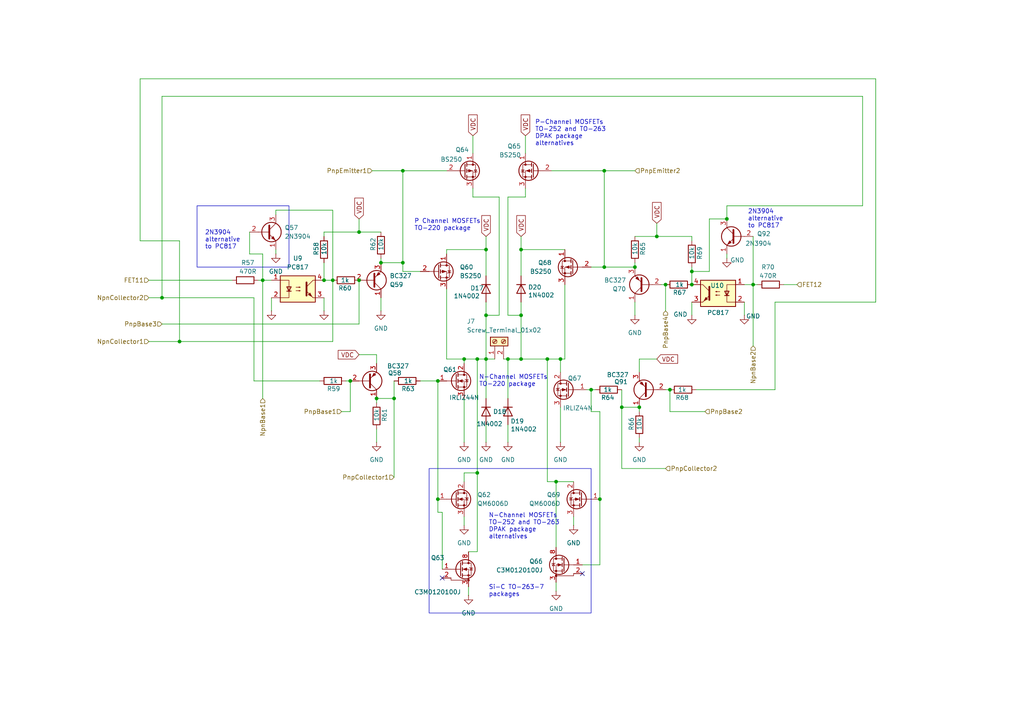
<source format=kicad_sch>
(kicad_sch (version 20250114) (generator "eeschema") (generator_version "9.0")
  (paper "A4")
  (lib_symbols
    (symbol "Connector:Screw_Terminal_01x02" (pin_names (offset 1.016) (hide yes))
      (property "Reference" "J" (at 0 2.54 0))
      (property "Value" "Screw_Terminal_01x02" (at 0 -5.08 0))
      (symbol "Screw_Terminal_01x02_1_1"
        (rectangle (start -1.27 1.27) (end 1.27 -3.81) (stroke (width 0.254)) (fill (type background)))
        (polyline (pts (xy -0.5334 0.3302) (xy 0.3302 -0.508)) (stroke (width 0.1524)))
        (polyline (pts (xy -0.5334 -2.2098) (xy 0.3302 -3.048)) (stroke (width 0.1524)))
        (polyline (pts (xy -0.3556 0.508) (xy 0.508 -0.3302)) (stroke (width 0.1524)))
        (polyline (pts (xy -0.3556 -2.032) (xy 0.508 -2.8702)) (stroke (width 0.1524)))
        (circle (center 0 0) (radius 0.635) (stroke (width 0.1524)))
        (circle (center 0 -2.54) (radius 0.635) (stroke (width 0.1524)))
        (pin passive line (at -5.08 0 0) (length 3.81) (name "Pin_1") (number "1"))
        (pin passive line (at -5.08 -2.54 0) (length 3.81) (name "Pin_2") (number "2"))
      )
    )
    (symbol "Device:R" (pin_numbers (hide yes)) (pin_names (offset 0))
      (property "Reference" "R" (at 2.032 0 90))
      (property "Value" "R" (at 0 0 90))
      (symbol "R_0_1"
        (rectangle (start -1.016 -2.54) (end 1.016 2.54) (stroke (width 0.254)))
      )
      (symbol "R_1_1"
        (pin passive line (at 0 3.81 270) (length 1.27) (name "~") (number "1"))
        (pin passive line (at 0 -3.81 90) (length 1.27) (name "~") (number "2"))
      )
    )
    (symbol "Diode:1N4002" (pin_numbers (hide yes)) (pin_names (hide yes))
      (property "Reference" "D" (at 0 2.54 0))
      (property "Value" "1N4002" (at 0 -2.54 0))
      (symbol "1N4002_0_1"
        (polyline (pts (xy -1.27 1.27) (xy -1.27 -1.27)) (stroke (width 0.254)))
        (polyline (pts (xy 1.27 1.27) (xy 1.27 -1.27) (xy -1.27 0) (xy 1.27 1.27)) (stroke (width 0.254)))
        (polyline (pts (xy 1.27 0) (xy -1.27 0)))
      )
      (symbol "1N4002_1_1"
        (pin passive line (at -3.81 0 0) (length 2.54) (name "K") (number "1"))
        (pin passive line (at 3.81 0 180) (length 2.54) (name "A") (number "2"))
      )
    )
    (symbol "Isolator:PC817" (pin_names (offset 1.016))
      (property "Reference" "U" (at -5.08 5.08 0))
      (property "Value" "PC817" (at 0 5.08 0))
      (symbol "PC817_0_1"
        (rectangle (start -5.08 3.81) (end 5.08 -3.81) (stroke (width 0.254)) (fill (type background)))
        (polyline (pts (xy -5.08 2.54) (xy -2.54 2.54) (xy -2.54 -0.635)))
        (polyline (pts (xy -3.175 -0.635) (xy -1.905 -0.635)) (stroke (width 0.254)))
        (polyline (pts (xy -2.54 -0.635) (xy -2.54 -2.54) (xy -5.08 -2.54)))
        (polyline (pts (xy -2.54 -0.635) (xy -3.175 0.635) (xy -1.905 0.635) (xy -2.54 -0.635)) (stroke (width 0.254)))
        (polyline (pts (xy -0.508 0.508) (xy 0.762 0.508) (xy 0.381 0.381) (xy 0.381 0.635) (xy 0.762 0.508)))
        (polyline (pts (xy -0.508 -0.508) (xy 0.762 -0.508) (xy 0.381 -0.635) (xy 0.381 -0.381) (xy 0.762 -0.508)))
        (polyline (pts (xy 2.54 1.905) (xy 2.54 -1.905) (xy 2.54 -1.905)) (stroke (width 0.508)))
        (polyline (pts (xy 2.54 0.635) (xy 4.445 2.54)))
        (polyline (pts (xy 3.048 -1.651) (xy 3.556 -1.143) (xy 4.064 -2.159) (xy 3.048 -1.651) (xy 3.048 -1.651)) (fill (type outline)))
        (polyline (pts (xy 4.445 2.54) (xy 5.08 2.54)))
        (polyline (pts (xy 4.445 -2.54) (xy 2.54 -0.635)) (fill (type outline)))
        (polyline (pts (xy 4.445 -2.54) (xy 5.08 -2.54)))
      )
      (symbol "PC817_1_1"
        (pin passive line (at -7.62 2.54 0) (length 2.54) (name "~") (number "1"))
        (pin passive line (at -7.62 -2.54 0) (length 2.54) (name "~") (number "2"))
        (pin passive line (at 7.62 2.54 180) (length 2.54) (name "~") (number "4"))
        (pin passive line (at 7.62 -2.54 180) (length 2.54) (name "~") (number "3"))
      )
    )
    (symbol "Transistor_BJT:2N3904" (pin_names (offset 0) (hide yes))
      (property "Reference" "Q" (at 5.08 1.905 0))
      (property "Value" "2N3904" (at 5.08 0 0))
      (symbol "2N3904_0_1"
        (polyline (pts (xy -2.54 0) (xy 0.635 0)))
        (polyline (pts (xy 0.635 1.905) (xy 0.635 -1.905)) (stroke (width 0.508)))
        (circle (center 1.27 0) (radius 2.8194) (stroke (width 0.254)))
      )
      (symbol "2N3904_1_1"
        (polyline (pts (xy 0.635 0.635) (xy 2.54 2.54)))
        (polyline (pts (xy 0.635 -0.635) (xy 2.54 -2.54)))
        (polyline (pts (xy 1.27 -1.778) (xy 1.778 -1.27) (xy 2.286 -2.286) (xy 1.27 -1.778)) (fill (type outline)))
        (pin input line (at -5.08 0 0) (length 2.54) (name "B") (number "2"))
        (pin passive line (at 2.54 5.08 270) (length 2.54) (name "C") (number "3"))
        (pin passive line (at 2.54 -5.08 90) (length 2.54) (name "E") (number "1"))
      )
    )
    (symbol "Transistor_BJT:BC327" (pin_names (offset 0) (hide yes))
      (property "Reference" "Q" (at 5.08 1.905 0))
      (property "Value" "BC327" (at 5.08 0 0))
      (symbol "BC327_0_1"
        (polyline (pts (xy -2.54 0) (xy 0.635 0)))
        (polyline (pts (xy 0.635 1.905) (xy 0.635 -1.905)) (stroke (width 0.508)))
        (polyline (pts (xy 0.635 0.635) (xy 2.54 2.54)))
        (polyline (pts (xy 0.635 -0.635) (xy 2.54 -2.54)))
        (circle (center 1.27 0) (radius 2.8194) (stroke (width 0.254)))
        (polyline (pts (xy 2.286 -1.778) (xy 1.778 -2.286) (xy 1.27 -1.27) (xy 2.286 -1.778)) (fill (type outline)))
      )
      (symbol "BC327_1_1"
        (pin input line (at -5.08 0 0) (length 2.54) (name "B") (number "2"))
        (pin passive line (at 2.54 5.08 270) (length 2.54) (name "C") (number "1"))
        (pin passive line (at 2.54 -5.08 90) (length 2.54) (name "E") (number "3"))
      )
    )
    (symbol "Transistor_FET:BS250" (pin_names (hide yes))
      (property "Reference" "Q" (at 5.08 1.905 0))
      (property "Value" "BS250" (at 5.08 0 0))
      (symbol "BS250_0_1"
        (polyline (pts (xy 0.254 1.905) (xy 0.254 -1.905)) (stroke (width 0.254)))
        (polyline (pts (xy 0.254 0) (xy -2.54 0)))
        (polyline (pts (xy 0.762 2.286) (xy 0.762 1.27)) (stroke (width 0.254)))
        (polyline (pts (xy 0.762 1.778) (xy 3.302 1.778) (xy 3.302 -1.778) (xy 0.762 -1.778)))
        (polyline (pts (xy 0.762 0.508) (xy 0.762 -0.508)) (stroke (width 0.254)))
        (polyline (pts (xy 0.762 -1.27) (xy 0.762 -2.286)) (stroke (width 0.254)))
        (circle (center 1.651 0) (radius 2.794) (stroke (width 0.254)))
        (polyline (pts (xy 2.286 0) (xy 1.27 0.381) (xy 1.27 -0.381) (xy 2.286 0)) (fill (type outline)))
        (polyline (pts (xy 2.54 2.54) (xy 2.54 1.778)))
        (circle (center 2.54 1.778) (radius 0.254) (fill (type outline)))
        (circle (center 2.54 -1.778) (radius 0.254) (fill (type outline)))
        (polyline (pts (xy 2.54 -2.54) (xy 2.54 0) (xy 0.762 0)))
        (polyline (pts (xy 2.794 -0.508) (xy 2.921 -0.381) (xy 3.683 -0.381) (xy 3.81 -0.254)))
        (polyline (pts (xy 3.302 -0.381) (xy 2.921 0.254) (xy 3.683 0.254) (xy 3.302 -0.381)))
      )
      (symbol "BS250_1_1"
        (pin input line (at -5.08 0 0) (length 2.54) (name "G") (number "2"))
        (pin passive line (at 2.54 5.08 270) (length 2.54) (name "D") (number "1"))
        (pin passive line (at 2.54 -5.08 90) (length 2.54) (name "S") (number "3"))
      )
    )
    (symbol "Transistor_FET:C3M0120100J" (pin_names (hide yes))
      (property "Reference" "Q" (at 5.08 1.905 0))
      (property "Value" "C3M0120100J" (at 5.08 0 0))
      (symbol "C3M0120100J_0_1"
        (polyline (pts (xy -2.54 -2.54) (xy -2.54 -3.175) (xy 2.54 -3.175)))
        (polyline (pts (xy 0.254 1.905) (xy 0.254 -1.905)) (stroke (width 0.254)))
        (polyline (pts (xy 0.254 0) (xy -2.54 0)))
        (polyline (pts (xy 0.762 2.286) (xy 0.762 1.27)) (stroke (width 0.254)))
        (polyline (pts (xy 0.762 0.508) (xy 0.762 -0.508)) (stroke (width 0.254)))
        (polyline (pts (xy 0.762 -1.27) (xy 0.762 -2.286)) (stroke (width 0.254)))
        (polyline (pts (xy 0.762 -1.778) (xy 3.302 -1.778) (xy 3.302 1.778) (xy 0.762 1.778)))
        (polyline (pts (xy 1.016 0) (xy 2.032 0.381) (xy 2.032 -0.381) (xy 1.016 0)) (fill (type outline)))
        (circle (center 1.651 0) (radius 2.794) (stroke (width 0.254)))
        (polyline (pts (xy 2.54 2.54) (xy 2.54 1.778)))
        (circle (center 2.54 1.778) (radius 0.254) (fill (type outline)))
        (circle (center 2.54 -1.778) (radius 0.254) (fill (type outline)))
        (polyline (pts (xy 2.54 -2.54) (xy 2.54 0) (xy 0.762 0)))
        (circle (center 2.54 -3.175) (radius 0.2794) (fill (type outline)))
        (polyline (pts (xy 2.794 0.508) (xy 2.921 0.381) (xy 3.683 0.381) (xy 3.81 0.254)))
        (polyline (pts (xy 3.302 0.381) (xy 2.921 -0.254) (xy 3.683 -0.254) (xy 3.302 0.381)))
      )
      (symbol "C3M0120100J_1_1"
        (pin input line (at -5.08 0 0) (length 2.54) (name "G") (number "1"))
        (pin passive line (at -5.08 -2.54 0) (length 2.54) (name "DS") (number "2"))
        (pin passive line (at 2.54 5.08 270) (length 2.54) (name "D") (number "8"))
        (pin passive line (at 2.54 -5.08 90) (length 2.54) (name "S") (number "3"))
        (pin passive line (at 2.54 -5.08 90) (length 2.54) (hide yes) (name "S") (number "4"))
        (pin passive line (at 2.54 -5.08 90) (length 2.54) (hide yes) (name "S") (number "5"))
        (pin passive line (at 2.54 -5.08 90) (length 2.54) (hide yes) (name "S") (number "6"))
        (pin passive line (at 2.54 -5.08 90) (length 2.54) (hide yes) (name "S") (number "7"))
      )
    )
    (symbol "Transistor_FET:IRLIZ44N" (pin_names (hide yes))
      (property "Reference" "Q" (at 5.08 1.905 0))
      (property "Value" "IRLIZ44N" (at 5.08 0 0))
      (symbol "IRLIZ44N_0_1"
        (polyline (pts (xy 0.254 1.905) (xy 0.254 -1.905)) (stroke (width 0.254)))
        (polyline (pts (xy 0.254 0) (xy -2.54 0)))
        (polyline (pts (xy 0.762 2.286) (xy 0.762 1.27)) (stroke (width 0.254)))
        (polyline (pts (xy 0.762 0.508) (xy 0.762 -0.508)) (stroke (width 0.254)))
        (polyline (pts (xy 0.762 -1.27) (xy 0.762 -2.286)) (stroke (width 0.254)))
        (polyline (pts (xy 0.762 -1.778) (xy 3.302 -1.778) (xy 3.302 1.778) (xy 0.762 1.778)))
        (polyline (pts (xy 1.016 0) (xy 2.032 0.381) (xy 2.032 -0.381) (xy 1.016 0)) (fill (type outline)))
        (circle (center 1.651 0) (radius 2.794) (stroke (width 0.254)))
        (polyline (pts (xy 2.54 2.54) (xy 2.54 1.778)))
        (circle (center 2.54 1.778) (radius 0.254) (fill (type outline)))
        (circle (center 2.54 -1.778) (radius 0.254) (fill (type outline)))
        (polyline (pts (xy 2.54 -2.54) (xy 2.54 0) (xy 0.762 0)))
        (polyline (pts (xy 2.794 0.508) (xy 2.921 0.381) (xy 3.683 0.381) (xy 3.81 0.254)))
        (polyline (pts (xy 3.302 0.381) (xy 2.921 -0.254) (xy 3.683 -0.254) (xy 3.302 0.381)))
      )
      (symbol "IRLIZ44N_1_1"
        (pin input line (at -5.08 0 0) (length 2.54) (name "G") (number "1"))
        (pin passive line (at 2.54 5.08 270) (length 2.54) (name "D") (number "2"))
        (pin passive line (at 2.54 -5.08 90) (length 2.54) (name "S") (number "3"))
      )
    )
    (symbol "Transistor_FET:QM6006D" (pin_names (hide yes))
      (property "Reference" "Q" (at 5.08 1.905 0))
      (property "Value" "QM6006D" (at 5.08 0 0))
      (symbol "QM6006D_0_1"
        (polyline (pts (xy 0.254 1.905) (xy 0.254 -1.905)) (stroke (width 0.254)))
        (polyline (pts (xy 0.254 0) (xy -2.54 0)))
        (polyline (pts (xy 0.762 2.286) (xy 0.762 1.27)) (stroke (width 0.254)))
        (polyline (pts (xy 0.762 0.508) (xy 0.762 -0.508)) (stroke (width 0.254)))
        (polyline (pts (xy 0.762 -1.27) (xy 0.762 -2.286)) (stroke (width 0.254)))
        (polyline (pts (xy 0.762 -1.778) (xy 3.302 -1.778) (xy 3.302 1.778) (xy 0.762 1.778)))
        (polyline (pts (xy 1.016 0) (xy 2.032 0.381) (xy 2.032 -0.381) (xy 1.016 0)) (fill (type outline)))
        (circle (center 1.651 0) (radius 2.794) (stroke (width 0.254)))
        (polyline (pts (xy 2.54 2.54) (xy 2.54 1.778)))
        (circle (center 2.54 1.778) (radius 0.254) (fill (type outline)))
        (circle (center 2.54 -1.778) (radius 0.254) (fill (type outline)))
        (polyline (pts (xy 2.54 -2.54) (xy 2.54 0) (xy 0.762 0)))
        (polyline (pts (xy 2.794 0.508) (xy 2.921 0.381) (xy 3.683 0.381) (xy 3.81 0.254)))
        (polyline (pts (xy 3.302 0.381) (xy 2.921 -0.254) (xy 3.683 -0.254) (xy 3.302 0.381)))
      )
      (symbol "QM6006D_1_1"
        (pin input line (at -5.08 0 0) (length 2.54) (name "G") (number "1"))
        (pin passive line (at 2.54 5.08 270) (length 2.54) (name "D") (number "2"))
        (pin passive line (at 2.54 -5.08 90) (length 2.54) (name "S") (number "3"))
      )
    )
    (symbol "power:GND" (power) (pin_numbers (hide yes)) (pin_names (offset 0) (hide yes))
      (property "Value" "GND" (at 0 -3.81 0))
      (symbol "GND_0_1"
        (polyline (pts (xy 0 0) (xy 0 -1.27) (xy 1.27 -1.27) (xy 0 -2.54) (xy -1.27 -1.27) (xy 0 -1.27)))
      )
      (symbol "GND_1_1"
        (pin power_in line (at 0 0 270) (length 0) (name "~") (number "1"))
      )
    )
  )
  (rectangle (start 124.46 135.89) (end 171.45 177.8))
  (rectangle (start 57.15 59.69) (end 83.82 77.47))
  (text "2N3904 \nalternative\nto PC817" (at 59.436 69.596 0) (effects (font (size 1.27 1.27)) (justify left)))
  (text "2N3904 \nalternative\nto PC817" (at 216.916 63.5 0) (effects (font (size 1.27 1.27)) (justify left)))
  (text "N-Channel MOSFETs\nTO-252 and TO-263\nDPAK package \nalternatives" (at 141.732 152.654 0) (effects (font (size 1.27 1.27)) (justify left)))
  (text "P Channel MOSFETs\nTO-220 package" (at 120.142 65.278 0) (effects (font (size 1.27 1.27)) (justify left)))
  (text "N-Channel MOSFETs\nTO-220 package" (at 138.938 110.49 0) (effects (font (size 1.27 1.27)) (justify left)))
  (text "P-Channel MOSFETs\nTO-252 and TO-263\nDPAK package \nalternatives" (at 155.194 38.608 0) (effects (font (size 1.27 1.27)) (justify left)))
  (text "Si-C TO-263-7\npackages" (at 141.732 171.45 0) (effects (font (size 1.27 1.27)) (justify left)))
  (junction (at 151.13 104.14))
  (junction (at 200.66 78.74))
  (junction (at 193.04 82.55))
  (junction (at 116.84 76.2))
  (junction (at 127 144.78))
  (junction (at 109.22 115.57))
  (junction (at 104.14 67.31))
  (junction (at 162.56 104.14))
  (junction (at 161.29 139.7))
  (junction (at 114.3 115.57))
  (junction (at 184.15 77.47))
  (junction (at 210.82 63.5))
  (junction (at 96.52 81.28))
  (junction (at 76.2 81.28))
  (junction (at 52.07 99.06))
  (junction (at 171.45 113.03))
  (junction (at 138.43 104.14))
  (junction (at 151.13 72.39))
  (junction (at 140.97 91.44))
  (junction (at 185.42 118.11))
  (junction (at 151.13 91.44))
  (junction (at 138.43 137.16))
  (junction (at 175.26 77.47))
  (junction (at 104.14 81.28))
  (junction (at 180.34 118.11))
  (junction (at 127 110.49))
  (junction (at 46.99 86.36))
  (junction (at 218.44 82.55))
  (junction (at 175.26 49.53))
  (junction (at 134.62 104.14))
  (junction (at 140.97 104.14))
  (junction (at 140.97 72.39))
  (junction (at 158.75 104.14))
  (junction (at 190.5 68.58))
  (junction (at 194.31 113.03))
  (junction (at 116.84 49.53))
  (junction (at 110.49 76.2))
  (junction (at 101.6 110.49))
  (junction (at 93.98 81.28))
  (junction (at 173.99 144.78))
  (junction (at 200.66 82.55))
  (junction (at 147.32 104.14))
  (no_connect (at 168.91 166.37))
  (no_connect (at 128.27 167.64))
  (wire (pts (xy 173.99 144.78) (xy 173.99 119.38)))
  (wire (pts (xy 200.66 78.74) (xy 205.74 78.74)))
  (wire (pts (xy 210.82 59.69) (xy 250.19 59.69)))
  (wire (pts (xy 140.97 72.39) (xy 140.97 80.01)))
  (wire (pts (xy 134.62 115.57) (xy 134.62 128.27)))
  (wire (pts (xy 140.97 87.63) (xy 140.97 91.44)))
  (wire (pts (xy 171.45 119.38) (xy 171.45 113.03)))
  (wire (pts (xy 134.62 104.14) (xy 134.62 105.41)))
  (wire (pts (xy 224.79 87.63) (xy 254 87.63)))
  (wire (pts (xy 76.2 81.28) (xy 76.2 115.57)))
  (wire (pts (xy 175.26 49.53) (xy 175.26 77.47)))
  (wire (pts (xy 152.4 57.15) (xy 147.32 57.15)))
  (wire (pts (xy 147.32 104.14) (xy 151.13 104.14)))
  (wire (pts (xy 114.3 110.49) (xy 114.3 115.57)))
  (wire (pts (xy 185.42 127) (xy 185.42 128.27)))
  (wire (pts (xy 40.64 69.85) (xy 52.07 69.85)))
  (wire (pts (xy 134.62 137.16) (xy 138.43 137.16)))
  (wire (pts (xy 158.75 104.14) (xy 151.13 104.14)))
  (wire (pts (xy 250.19 59.69) (xy 250.19 27.94)))
  (wire (pts (xy 93.98 67.31) (xy 104.14 67.31)))
  (wire (pts (xy 175.26 49.53) (xy 184.15 49.53)))
  (wire (pts (xy 184.15 76.2) (xy 184.15 77.47)))
  (wire (pts (xy 193.04 113.03) (xy 194.31 113.03)))
  (wire (pts (xy 104.14 93.98) (xy 104.14 81.28)))
  (wire (pts (xy 205.74 78.74) (xy 205.74 63.5)))
  (wire (pts (xy 250.19 27.94) (xy 46.99 27.94)))
  (wire (pts (xy 190.5 68.58) (xy 184.15 68.58)))
  (wire (pts (xy 161.29 158.75) (xy 161.29 139.7)))
  (wire (pts (xy 163.83 104.14) (xy 162.56 104.14)))
  (wire (pts (xy 173.99 163.83) (xy 173.99 144.78)))
  (wire (pts (xy 147.32 57.15) (xy 147.32 91.44)))
  (wire (pts (xy 210.82 74.93) (xy 210.82 73.66)))
  (wire (pts (xy 140.97 104.14) (xy 138.43 104.14)))
  (wire (pts (xy 46.99 27.94) (xy 46.99 86.36)))
  (wire (pts (xy 200.66 77.47) (xy 200.66 78.74)))
  (wire (pts (xy 109.22 102.87) (xy 109.22 105.41)))
  (wire (pts (xy 129.54 72.39) (xy 140.97 72.39)))
  (wire (pts (xy 205.74 63.5) (xy 210.82 63.5)))
  (wire (pts (xy 129.54 83.82) (xy 129.54 104.14)))
  (wire (pts (xy 52.07 99.06) (xy 96.52 99.06)))
  (wire (pts (xy 219.71 82.55) (xy 218.44 82.55)))
  (wire (pts (xy 193.04 135.89) (xy 180.34 135.89)))
  (wire (pts (xy 80.01 60.96) (xy 80.01 62.23)))
  (wire (pts (xy 152.4 39.37) (xy 152.4 44.45)))
  (wire (pts (xy 162.56 118.11) (xy 162.56 128.27)))
  (wire (pts (xy 227.33 82.55) (xy 231.14 82.55)))
  (wire (pts (xy 137.16 57.15) (xy 144.78 57.15)))
  (wire (pts (xy 140.97 104.14) (xy 140.97 115.57)))
  (wire (pts (xy 129.54 104.14) (xy 134.62 104.14)))
  (wire (pts (xy 46.99 93.98) (xy 104.14 93.98)))
  (wire (pts (xy 80.01 60.96) (xy 96.52 60.96)))
  (wire (pts (xy 128.27 148.59) (xy 127 148.59)))
  (wire (pts (xy 144.78 57.15) (xy 144.78 91.44)))
  (wire (pts (xy 114.3 115.57) (xy 114.3 138.43)))
  (wire (pts (xy 190.5 64.77) (xy 190.5 68.58)))
  (wire (pts (xy 73.66 86.36) (xy 73.66 110.49)))
  (wire (pts (xy 52.07 69.85) (xy 52.07 99.06)))
  (wire (pts (xy 210.82 59.69) (xy 210.82 63.5)))
  (wire (pts (xy 254 22.86) (xy 40.64 22.86)))
  (wire (pts (xy 116.84 49.53) (xy 116.84 76.2)))
  (wire (pts (xy 104.14 63.5) (xy 104.14 67.31)))
  (wire (pts (xy 194.31 119.38) (xy 194.31 113.03)))
  (wire (pts (xy 190.5 104.14) (xy 185.42 104.14)))
  (wire (pts (xy 180.34 118.11) (xy 185.42 118.11)))
  (wire (pts (xy 134.62 139.7) (xy 134.62 137.16)))
  (wire (pts (xy 151.13 72.39) (xy 163.83 72.39)))
  (wire (pts (xy 137.16 54.61) (xy 137.16 57.15)))
  (wire (pts (xy 76.2 81.28) (xy 78.74 81.28)))
  (wire (pts (xy 180.34 135.89) (xy 180.34 118.11)))
  (wire (pts (xy 109.22 115.57) (xy 109.22 116.84)))
  (wire (pts (xy 134.62 149.86) (xy 134.62 152.4)))
  (wire (pts (xy 101.6 110.49) (xy 100.33 110.49)))
  (wire (pts (xy 184.15 87.63) (xy 184.15 91.44)))
  (wire (pts (xy 162.56 104.14) (xy 158.75 104.14)))
  (wire (pts (xy 200.66 68.58) (xy 190.5 68.58)))
  (wire (pts (xy 110.49 74.93) (xy 110.49 76.2)))
  (wire (pts (xy 171.45 77.47) (xy 175.26 77.47)))
  (wire (pts (xy 144.78 91.44) (xy 140.97 91.44)))
  (wire (pts (xy 200.66 78.74) (xy 200.66 82.55)))
  (wire (pts (xy 143.51 104.14) (xy 140.97 104.14)))
  (wire (pts (xy 180.34 113.03) (xy 180.34 118.11)))
  (wire (pts (xy 160.02 49.53) (xy 175.26 49.53)))
  (wire (pts (xy 80.01 72.39) (xy 80.01 73.66)))
  (wire (pts (xy 127 110.49) (xy 127 144.78)))
  (wire (pts (xy 158.75 104.14) (xy 158.75 139.7)))
  (wire (pts (xy 171.45 113.03) (xy 172.72 113.03)))
  (wire (pts (xy 73.66 110.49) (xy 92.71 110.49)))
  (wire (pts (xy 99.06 119.38) (xy 101.6 119.38)))
  (wire (pts (xy 46.99 86.36) (xy 43.18 86.36)))
  (wire (pts (xy 161.29 168.91) (xy 161.29 171.45)))
  (wire (pts (xy 104.14 102.87) (xy 109.22 102.87)))
  (wire (pts (xy 109.22 115.57) (xy 114.3 115.57)))
  (wire (pts (xy 166.37 149.86) (xy 166.37 152.4)))
  (wire (pts (xy 104.14 81.28) (xy 102.87 81.28)))
  (wire (pts (xy 96.52 81.28) (xy 93.98 81.28)))
  (wire (pts (xy 101.6 119.38) (xy 101.6 110.49)))
  (wire (pts (xy 116.84 76.2) (xy 110.49 76.2)))
  (wire (pts (xy 173.99 119.38) (xy 171.45 119.38)))
  (wire (pts (xy 40.64 22.86) (xy 40.64 69.85)))
  (wire (pts (xy 147.32 123.19) (xy 147.32 128.27)))
  (wire (pts (xy 162.56 107.95) (xy 162.56 104.14)))
  (wire (pts (xy 121.92 110.49) (xy 127 110.49)))
  (wire (pts (xy 140.97 123.19) (xy 140.97 128.27)))
  (wire (pts (xy 200.66 87.63) (xy 200.66 91.44)))
  (wire (pts (xy 93.98 68.58) (xy 93.98 67.31)))
  (wire (pts (xy 107.95 49.53) (xy 116.84 49.53)))
  (wire (pts (xy 151.13 91.44) (xy 151.13 104.14)))
  (wire (pts (xy 168.91 163.83) (xy 173.99 163.83)))
  (wire (pts (xy 129.54 72.39) (xy 129.54 73.66)))
  (wire (pts (xy 193.04 82.55) (xy 191.77 82.55)))
  (wire (pts (xy 218.44 100.33) (xy 218.44 82.55)))
  (wire (pts (xy 151.13 68.58) (xy 151.13 72.39)))
  (wire (pts (xy 175.26 77.47) (xy 184.15 77.47)))
  (wire (pts (xy 185.42 118.11) (xy 185.42 119.38)))
  (wire (pts (xy 43.18 81.28) (xy 67.31 81.28)))
  (wire (pts (xy 104.14 67.31) (xy 110.49 67.31)))
  (wire (pts (xy 215.9 82.55) (xy 218.44 82.55)))
  (wire (pts (xy 93.98 76.2) (xy 93.98 81.28)))
  (wire (pts (xy 128.27 165.1) (xy 128.27 148.59)))
  (wire (pts (xy 76.2 73.66) (xy 76.2 81.28)))
  (wire (pts (xy 78.74 86.36) (xy 78.74 90.17)))
  (wire (pts (xy 138.43 137.16) (xy 138.43 160.02)))
  (wire (pts (xy 138.43 104.14) (xy 134.62 104.14)))
  (wire (pts (xy 254 87.63) (xy 254 22.86)))
  (wire (pts (xy 74.93 81.28) (xy 76.2 81.28)))
  (wire (pts (xy 170.18 113.03) (xy 171.45 113.03)))
  (wire (pts (xy 151.13 72.39) (xy 151.13 80.01)))
  (wire (pts (xy 161.29 139.7) (xy 166.37 139.7)))
  (wire (pts (xy 96.52 99.06) (xy 96.52 81.28)))
  (wire (pts (xy 204.47 119.38) (xy 194.31 119.38)))
  (wire (pts (xy 93.98 86.36) (xy 93.98 90.17)))
  (wire (pts (xy 163.83 82.55) (xy 163.83 104.14)))
  (wire (pts (xy 116.84 49.53) (xy 129.54 49.53)))
  (wire (pts (xy 137.16 39.37) (xy 137.16 44.45)))
  (wire (pts (xy 140.97 68.58) (xy 140.97 72.39)))
  (wire (pts (xy 224.79 87.63) (xy 224.79 113.03)))
  (wire (pts (xy 200.66 69.85) (xy 200.66 68.58)))
  (wire (pts (xy 185.42 104.14) (xy 185.42 107.95)))
  (wire (pts (xy 110.49 86.36) (xy 110.49 90.17)))
  (wire (pts (xy 72.39 67.31) (xy 72.39 73.66)))
  (wire (pts (xy 127 148.59) (xy 127 144.78)))
  (wire (pts (xy 147.32 91.44) (xy 151.13 91.44)))
  (wire (pts (xy 147.32 104.14) (xy 146.05 104.14)))
  (wire (pts (xy 43.18 99.06) (xy 52.07 99.06)))
  (wire (pts (xy 138.43 137.16) (xy 138.43 104.14)))
  (wire (pts (xy 224.79 113.03) (xy 201.93 113.03)))
  (wire (pts (xy 158.75 139.7) (xy 161.29 139.7)))
  (wire (pts (xy 215.9 87.63) (xy 215.9 91.44)))
  (wire (pts (xy 109.22 124.46) (xy 109.22 128.27)))
  (wire (pts (xy 116.84 78.74) (xy 116.84 76.2)))
  (wire (pts (xy 135.89 170.18) (xy 135.89 172.72)))
  (wire (pts (xy 152.4 57.15) (xy 152.4 54.61)))
  (wire (pts (xy 72.39 73.66) (xy 76.2 73.66)))
  (wire (pts (xy 218.44 68.58) (xy 218.44 82.55)))
  (wire (pts (xy 73.66 86.36) (xy 46.99 86.36)))
  (wire (pts (xy 151.13 87.63) (xy 151.13 91.44)))
  (wire (pts (xy 96.52 60.96) (xy 96.52 81.28)))
  (wire (pts (xy 193.04 90.17) (xy 193.04 82.55)))
  (wire (pts (xy 147.32 104.14) (xy 147.32 115.57)))
  (wire (pts (xy 135.89 160.02) (xy 138.43 160.02)))
  (wire (pts (xy 140.97 91.44) (xy 140.97 104.14)))
  (wire (pts (xy 116.84 78.74) (xy 121.92 78.74)))
  (global_label "VDC" (shape input) (at 140.97 68.58 90) (property "Intersheetrefs" "${INTERSHEET_REFS}" (effects (hide yes))))
  (global_label "VDC" (shape input) (at 152.4 39.37 90) (property "Intersheetrefs" "${INTERSHEET_REFS}" (effects (hide yes))))
  (global_label "VDC" (shape input) (at 104.14 63.5 90) (property "Intersheetrefs" "${INTERSHEET_REFS}" (effects (hide yes))))
  (global_label "VDC" (shape input) (at 151.13 68.58 90) (property "Intersheetrefs" "${INTERSHEET_REFS}" (effects (hide yes))))
  (global_label "VDC" (shape input) (at 190.5 64.77 90) (property "Intersheetrefs" "${INTERSHEET_REFS}" (effects (hide yes))))
  (global_label "VDC" (shape input) (at 190.5 104.14 0) (property "Intersheetrefs" "${INTERSHEET_REFS}" (effects (hide yes))))
  (global_label "VDC" (shape input) (at 104.14 102.87 180) (property "Intersheetrefs" "${INTERSHEET_REFS}" (effects (hide yes))))
  (global_label "VDC" (shape input) (at 137.16 39.37 90) (property "Intersheetrefs" "${INTERSHEET_REFS}" (effects (hide yes))))
  (hierarchical_label "PnpBase4" (shape input) (at 193.04 90.17 270))
  (hierarchical_label "PnpBase2" (shape input) (at 204.47 119.38 0))
  (hierarchical_label "FET12" (shape input) (at 231.14 82.55 0))
  (hierarchical_label "NpnCollector1" (shape input) (at 43.18 99.06 180))
  (hierarchical_label "FET11" (shape input) (at 43.18 81.28 180) (property "Netclass" "Default" (effects (hide yes))))
  (hierarchical_label "PnpCollector1" (shape input) (at 114.3 138.43 180))
  (hierarchical_label "PnpBase1" (shape input) (at 99.06 119.38 180))
  (hierarchical_label "PnpCollector2" (shape input) (at 193.04 135.89 0))
  (hierarchical_label "PnpEmitter2" (shape input) (at 184.15 49.53 0))
  (hierarchical_label "NpnCollector2" (shape input) (at 43.18 86.36 180))
  (hierarchical_label "PnpEmitter1" (shape input) (at 107.95 49.53 180))
  (hierarchical_label "NpnBase1" (shape input) (at 76.2 115.57 270))
  (hierarchical_label "NpnBase2" (shape input) (at 218.44 100.33 270))
  (hierarchical_label "PnpBase3" (shape input) (at 46.99 93.98 180))
  (symbol (lib_id "Isolator:PC817") (at 86.36 83.82 0) (unit 1)
    (property "Reference" "U9" (at 86.36 74.93 0))
    (property "Value" "PC817" (at 86.36 77.47 0))
    (property "Footprint" "Footprints:DIP-4_W7.62mm" (effects (hide yes)))
    (property "Datasheet" "http://www.soselectronic.cz/a_info/resource/d/pc817.pdf" (effects (hide yes)))
    (property "Description" "DC Optocoupler, Vce 35V, CTR 50-300%, DIP-4" (effects (hide yes)))
  )
  (symbol (lib_id "Transistor_FET:C3M0120100J") (at 163.83 163.83 0) (mirror y) (unit 1)
    (property "Reference" "Q66" (at 157.48 162.8266 0) (effects (justify left)))
    (property "Value" "C3M0120100J" (at 157.48 165.3666 0) (effects (justify left)))
    (property "Footprint" "Footprints:TO-263-7_TabPin8" (effects (hide yes)))
    (property "Datasheet" "https://www.wolfspeed.com/media/downloads/957/C3M0120100J.pdf" (effects (hide yes)))
    (property "Description" "22A Id, 1000V Vds, 120mOhm, N-Channel SiC MOSFET, TO-263-7" (effects (hide yes)))
  )
  (symbol (lib_id "Transistor_BJT:BC327") (at 187.96 113.03 180) (unit 1)
    (property "Reference" "Q91" (at 182.118 110.744 0) (effects (justify left)))
    (property "Value" "BC327" (at 182.372 108.712 0) (effects (justify left)))
    (property "Footprint" "Footprints:TO-92_Expanded" (effects (hide yes)))
    (property "Datasheet" "http://www.onsemi.com/pub_link/Collateral/BC327-D.PDF" (effects (hide yes)))
    (property "Description" "0.8A Ic, 45V Vce, PNP Transistor, TO-92" (effects (hide yes)))
  )
  (symbol (lib_id "power:GND") (at 200.66 91.44 0) (mirror y) (unit 1)
    (property "Reference" "#PWR083" (effects (hide yes)))
    (property "Value" "GND" (at 197.358 91.186 0))
    (property "Description" "Power symbol creates a global label with name \"GND\" , ground" (effects (hide yes)))
  )
  (symbol (lib_id "power:GND") (at 80.01 73.66 0) (unit 1)
    (property "Reference" "#PWR069" (effects (hide yes)))
    (property "Value" "GND" (at 80.01 78.74 0))
    (property "Description" "Power symbol creates a global label with name \"GND\" , ground" (effects (hide yes)))
  )
  (symbol (lib_id "Diode:1N4002") (at 140.97 119.38 270) (unit 1)
    (property "Reference" "D18" (at 143.002 119.38 90) (effects (justify left)))
    (property "Value" "1N4002" (at 138.176 122.936 90) (effects (justify left)))
    (property "Footprint" "Footprints:D_DO-41_SOD81_P10.16mm_Horizontal" (effects (hide yes)))
    (property "Datasheet" "http://www.vishay.com/docs/88503/1n4001.pdf" (effects (hide yes)))
    (property "Description" "100V 1A General Purpose Rectifier Diode, DO-41" (effects (hide yes)))
    (property "Sim.Device" "D" (effects (hide yes)))
    (property "Sim.Pins" "1=K 2=A" (effects (hide yes)))
  )
  (symbol (lib_id "Transistor_FET:IRLIZ44N") (at 132.08 110.49 0) (unit 1)
    (property "Reference" "Q61" (at 128.524 107.188 0) (effects (justify left)))
    (property "Value" "IRLIZ44N" (at 130.302 115.316 0) (effects (justify left)))
    (property "Footprint" "Footprints:TO-220-3_EXTENDED" (effects (hide yes)))
    (property "Datasheet" "http://www.irf.com/product-info/datasheets/data/irliz44n.pdf" (effects (hide yes)))
    (property "Description" "30A Id, 55V Vds, 22mOhm Rds, N-Channel HEXFET Power MOSFET, TO-220AB" (effects (hide yes)))
  )
  (symbol (lib_id "power:GND") (at 93.98 90.17 0) (unit 1)
    (property "Reference" "#PWR070" (effects (hide yes)))
    (property "Value" "GND" (effects (hide yes)))
    (property "Description" "Power symbol creates a global label with name \"GND\" , ground" (effects (hide yes)))
  )
  (symbol (lib_id "power:GND") (at 215.9 91.44 0) (mirror y) (unit 1)
    (property "Reference" "#PWR0115" (effects (hide yes)))
    (property "Value" "GND" (at 218.44 91.694 0))
    (property "Description" "Power symbol creates a global label with name \"GND\" , ground" (effects (hide yes)))
  )
  (symbol (lib_id "Device:R") (at 110.49 71.12 180) (unit 1)
    (property "Reference" "R62" (at 108.204 70.866 90))
    (property "Value" "10k" (at 110.49 70.866 90))
    (property "Footprint" "Footprints:R_Axial_Clean" (effects (hide yes)))
    (property "Description" "Resistor" (effects (hide yes)))
  )
  (symbol (lib_id "power:GND") (at 78.74 90.17 0) (unit 1)
    (property "Reference" "#PWR068" (effects (hide yes)))
    (property "Value" "GND" (effects (hide yes)))
    (property "Description" "Power symbol creates a global label with name \"GND\" , ground" (effects (hide yes)))
  )
  (symbol (lib_id "Transistor_BJT:BC327") (at 107.95 81.28 0) (mirror x) (unit 1)
    (property "Reference" "Q59" (at 113.03 82.5501 0) (effects (justify left)))
    (property "Value" "BC327" (at 113.03 80.0101 0) (effects (justify left)))
    (property "Footprint" "Footprints:TO-92_Expanded" (effects (hide yes)))
    (property "Datasheet" "http://www.onsemi.com/pub_link/Collateral/BC327-D.PDF" (effects (hide yes)))
    (property "Description" "0.8A Ic, 45V Vce, PNP Transistor, TO-92" (effects (hide yes)))
  )
  (symbol (lib_id "power:GND") (at 140.97 128.27 0) (unit 1)
    (property "Reference" "#PWR076" (effects (hide yes)))
    (property "Value" "GND" (at 140.97 133.35 0))
    (property "Description" "Power symbol creates a global label with name \"GND\" , ground" (effects (hide yes)))
  )
  (symbol (lib_id "Device:R") (at 184.15 72.39 0) (mirror x) (unit 1)
    (property "Reference" "R65" (at 186.436 72.136 90))
    (property "Value" "10k" (at 184.15 72.136 90))
    (property "Footprint" "Footprints:R_Axial_Clean" (effects (hide yes)))
    (property "Description" "Resistor" (effects (hide yes)))
  )
  (symbol (lib_id "Transistor_FET:IRLIZ44N") (at 165.1 113.03 0) (mirror y) (unit 1)
    (property "Reference" "Q67" (at 168.656 109.728 0) (effects (justify left)))
    (property "Value" "IRLIZ44N" (at 171.958 118.364 0) (effects (justify left)))
    (property "Footprint" "Footprints:TO-220-3_EXTENDED" (effects (hide yes)))
    (property "Datasheet" "http://www.irf.com/product-info/datasheets/data/irliz44n.pdf" (effects (hide yes)))
    (property "Description" "30A Id, 55V Vds, 22mOhm Rds, N-Channel HEXFET Power MOSFET, TO-220AB" (effects (hide yes)))
  )
  (symbol (lib_id "power:GND") (at 134.62 152.4 0) (unit 1)
    (property "Reference" "#PWR074" (effects (hide yes)))
    (property "Value" "GND" (at 134.62 157.48 0))
    (property "Description" "Power symbol creates a global label with name \"GND\" , ground" (effects (hide yes)))
  )
  (symbol (lib_id "Device:R") (at 118.11 110.49 90) (mirror x) (unit 1)
    (property "Reference" "R63" (at 118.364 112.776 90))
    (property "Value" "1k" (at 118.364 110.49 90))
    (property "Footprint" "Footprints:R_Axial_Clean" (effects (hide yes)))
    (property "Description" "Resistor" (effects (hide yes)))
  )
  (symbol (lib_id "Device:R") (at 93.98 72.39 180) (unit 1)
    (property "Reference" "R58" (at 91.694 72.136 90))
    (property "Value" "10k" (at 93.98 72.136 90))
    (property "Footprint" "Footprints:R_Axial_Clean" (effects (hide yes)))
    (property "Description" "Resistor" (effects (hide yes)))
  )
  (symbol (lib_id "Device:R") (at 176.53 113.03 270) (unit 1)
    (property "Reference" "R64" (at 176.276 115.316 90))
    (property "Value" "1k" (at 176.276 113.03 90))
    (property "Footprint" "Footprints:R_Axial_Clean" (effects (hide yes)))
    (property "Description" "Resistor" (effects (hide yes)))
  )
  (symbol (lib_id "power:GND") (at 210.82 74.93 0) (unit 1)
    (property "Reference" "#PWR0114" (effects (hide yes)))
    (property "Value" "GND" (at 213.868 75.438 0))
    (property "Description" "Power symbol creates a global label with name \"GND\" , ground" (effects (hide yes)))
  )
  (symbol (lib_id "power:GND") (at 135.89 172.72 0) (unit 1)
    (property "Reference" "#PWR075" (effects (hide yes)))
    (property "Value" "GND" (at 135.89 177.8 0))
    (property "Description" "Power symbol creates a global label with name \"GND\" , ground" (effects (hide yes)))
  )
  (symbol (lib_id "power:GND") (at 110.49 90.17 0) (unit 1)
    (property "Reference" "#PWR072" (effects (hide yes)))
    (property "Value" "GND" (at 110.49 95.25 0))
    (property "Description" "Power symbol creates a global label with name \"GND\" , ground" (effects (hide yes)))
  )
  (symbol (lib_id "power:GND") (at 166.37 152.4 0) (unit 1)
    (property "Reference" "#PWR080" (effects (hide yes)))
    (property "Value" "GND" (at 166.37 157.48 0))
    (property "Description" "Power symbol creates a global label with name \"GND\" , ground" (effects (hide yes)))
  )
  (symbol (lib_id "Transistor_FET:BS250") (at 134.62 49.53 0) (unit 1)
    (property "Reference" "Q64" (at 132.08 43.434 0) (effects (justify left)))
    (property "Value" "BS250" (at 127.762 46.228 0) (effects (justify left)))
    (property "Footprint" "Footprints:TO-263-2_Extended" (effects (hide yes)))
    (property "Datasheet" "http://www.vishay.com/docs/70209/70209.pdf" (effects (hide yes)))
    (property "Description" "-0.18A Id, -45V Vds, P-Channel MOSFET, TO-92" (effects (hide yes)))
  )
  (symbol (lib_id "Transistor_FET:C3M0120100J") (at 133.35 165.1 0) (unit 1)
    (property "Reference" "Q63" (at 124.968 161.798 0) (effects (justify left)))
    (property "Value" "C3M0120100J" (at 120.142 171.704 0) (effects (justify left)))
    (property "Footprint" "Footprints:TO-263-7_TabPin8" (effects (hide yes)))
    (property "Datasheet" "https://www.wolfspeed.com/media/downloads/957/C3M0120100J.pdf" (effects (hide yes)))
    (property "Description" "22A Id, 1000V Vds, 120mOhm, N-Channel SiC MOSFET, TO-263-7" (effects (hide yes)))
  )
  (symbol (lib_id "power:GND") (at 161.29 171.45 0) (unit 1)
    (property "Reference" "#PWR078" (effects (hide yes)))
    (property "Value" "GND" (at 161.29 176.53 0))
    (property "Description" "Power symbol creates a global label with name \"GND\" , ground" (effects (hide yes)))
  )
  (symbol (lib_id "Diode:1N4002") (at 147.32 119.38 270) (unit 1)
    (property "Reference" "D19" (at 148.082 122.174 90) (effects (justify left)))
    (property "Value" "1N4002" (at 148.082 124.46 90) (effects (justify left)))
    (property "Footprint" "Footprints:D_DO-41_SOD81_P10.16mm_Horizontal" (effects (hide yes)))
    (property "Datasheet" "http://www.vishay.com/docs/88503/1n4001.pdf" (effects (hide yes)))
    (property "Description" "100V 1A General Purpose Rectifier Diode, DO-41" (effects (hide yes)))
    (property "Sim.Device" "D" (effects (hide yes)))
    (property "Sim.Pins" "1=K 2=A" (effects (hide yes)))
  )
  (symbol (lib_id "Transistor_BJT:BC327") (at 186.69 82.55 180) (unit 1)
    (property "Reference" "Q70" (at 181.61 83.8201 0) (effects (justify left)))
    (property "Value" "BC327" (at 181.61 81.2801 0) (effects (justify left)))
    (property "Footprint" "Footprints:TO-92_Expanded" (effects (hide yes)))
    (property "Datasheet" "http://www.onsemi.com/pub_link/Collateral/BC327-D.PDF" (effects (hide yes)))
    (property "Description" "0.8A Ic, 45V Vce, PNP Transistor, TO-92" (effects (hide yes)))
  )
  (symbol (lib_id "Device:R") (at 96.52 110.49 90) (mirror x) (unit 1)
    (property "Reference" "R59" (at 96.774 112.776 90))
    (property "Value" "1k" (at 96.774 110.49 90))
    (property "Footprint" "Footprints:R_Axial_Clean" (effects (hide yes)))
    (property "Description" "Resistor" (effects (hide yes)))
  )
  (symbol (lib_id "Device:R") (at 223.52 82.55 270) (mirror x) (unit 1)
    (property "Reference" "R70" (at 222.758 77.47 90))
    (property "Value" "470R" (at 222.758 80.01 90))
    (property "Footprint" "Footprints:R_Axial_Clean" (effects (hide yes)))
    (property "Description" "Resistor" (effects (hide yes)))
  )
  (symbol (lib_id "Device:R") (at 185.42 123.19 180) (unit 1)
    (property "Reference" "R66" (at 183.134 122.936 90))
    (property "Value" "10k" (at 185.42 122.936 90))
    (property "Footprint" "Footprints:R_Axial_Clean" (effects (hide yes)))
    (property "Description" "Resistor" (effects (hide yes)))
  )
  (symbol (lib_id "Transistor_FET:BS250") (at 127 78.74 0) (unit 1)
    (property "Reference" "Q60" (at 133.35 77.4699 0) (effects (justify left)))
    (property "Value" "BS250" (at 133.35 80.0099 0) (effects (justify left)))
    (property "Footprint" "Footprints:TO-220-3_EXTENDED" (effects (hide yes)))
    (property "Datasheet" "http://www.vishay.com/docs/70209/70209.pdf" (effects (hide yes)))
    (property "Description" "-0.18A Id, -45V Vds, P-Channel MOSFET, TO-92" (effects (hide yes)))
  )
  (symbol (lib_id "Isolator:PC817") (at 208.28 85.09 0) (mirror y) (unit 1)
    (property "Reference" "U10" (at 208.026 82.804 0))
    (property "Value" "PC817" (at 208.28 90.678 0))
    (property "Footprint" "Footprints:DIP-4_W7.62mm" (effects (hide yes)))
    (property "Datasheet" "http://www.soselectronic.cz/a_info/resource/d/pc817.pdf" (effects (hide yes)))
    (property "Description" "DC Optocoupler, Vce 35V, CTR 50-300%, DIP-4" (effects (hide yes)))
  )
  (symbol (lib_id "power:GND") (at 184.15 91.44 0) (mirror y) (unit 1)
    (property "Reference" "#PWR081" (effects (hide yes)))
    (property "Value" "GND" (at 184.15 96.52 0))
    (property "Description" "Power symbol creates a global label with name \"GND\" , ground" (effects (hide yes)))
  )
  (symbol (lib_id "Transistor_FET:QM6006D") (at 168.91 144.78 0) (mirror y) (unit 1)
    (property "Reference" "Q69" (at 162.56 143.5099 0) (effects (justify left)))
    (property "Value" "QM6006D" (at 162.56 146.0499 0) (effects (justify left)))
    (property "Footprint" "Footprints:TO-263-2_Extended" (effects (hide yes)))
    (property "Datasheet" "http://www.jaolen.com/images/pdf/QM6006D.pdf" (effects (hide yes)))
    (property "Description" "35A Id, 60V Vds, N-Channel Power MOSFET, 18mOhm Ron, 19.3nC Qg (typ), TO252" (effects (hide yes)))
  )
  (symbol (lib_id "Device:R") (at 200.66 73.66 0) (mirror x) (unit 1)
    (property "Reference" "R69" (at 202.946 73.406 90))
    (property "Value" "10k" (at 200.66 73.406 90))
    (property "Footprint" "Footprints:R_Axial_Clean" (effects (hide yes)))
    (property "Description" "Resistor" (effects (hide yes)))
  )
  (symbol (lib_id "Transistor_FET:QM6006D") (at 132.08 144.78 0) (unit 1)
    (property "Reference" "Q62" (at 138.43 143.5099 0) (effects (justify left)))
    (property "Value" "QM6006D" (at 138.43 146.0499 0) (effects (justify left)))
    (property "Footprint" "Footprints:TO-263-2_Extended" (effects (hide yes)))
    (property "Datasheet" "http://www.jaolen.com/images/pdf/QM6006D.pdf" (effects (hide yes)))
    (property "Description" "35A Id, 60V Vds, N-Channel Power MOSFET, 18mOhm Ron, 19.3nC Qg (typ), TO252" (effects (hide yes)))
  )
  (symbol (lib_id "Diode:1N4002") (at 140.97 83.82 270) (unit 1)
    (property "Reference" "D17" (at 136.398 83.566 90) (effects (justify left)))
    (property "Value" "1N4002" (at 131.572 85.852 90) (effects (justify left)))
    (property "Footprint" "Footprints:D_DO-41_SOD81_P10.16mm_Horizontal" (effects (hide yes)))
    (property "Datasheet" "http://www.vishay.com/docs/88503/1n4001.pdf" (effects (hide yes)))
    (property "Description" "100V 1A General Purpose Rectifier Diode, DO-41" (effects (hide yes)))
    (property "Sim.Device" "D" (effects (hide yes)))
    (property "Sim.Pins" "1=K 2=A" (effects (hide yes)))
  )
  (symbol (lib_id "Device:R") (at 109.22 120.65 0) (mirror x) (unit 1)
    (property "Reference" "R61" (at 111.506 120.396 90))
    (property "Value" "10k" (at 109.22 120.396 90))
    (property "Footprint" "Footprints:R_Axial_Clean" (effects (hide yes)))
    (property "Description" "Resistor" (effects (hide yes)))
  )
  (symbol (lib_id "Diode:1N4002") (at 151.13 83.82 270) (unit 1)
    (property "Reference" "D20" (at 153.162 83.312 90) (effects (justify left)))
    (property "Value" "1N4002" (at 153.162 85.598 90) (effects (justify left)))
    (property "Footprint" "Footprints:D_DO-41_SOD81_P10.16mm_Horizontal" (effects (hide yes)))
    (property "Datasheet" "http://www.vishay.com/docs/88503/1n4001.pdf" (effects (hide yes)))
    (property "Description" "100V 1A General Purpose Rectifier Diode, DO-41" (effects (hide yes)))
    (property "Sim.Device" "D" (effects (hide yes)))
    (property "Sim.Pins" "1=K 2=A" (effects (hide yes)))
  )
  (symbol (lib_id "Transistor_BJT:BC327") (at 106.68 110.49 0) (mirror x) (unit 1)
    (property "Reference" "Q58" (at 112.522 108.204 0) (effects (justify left)))
    (property "Value" "BC327" (at 112.268 106.172 0) (effects (justify left)))
    (property "Footprint" "Footprints:TO-92_Expanded" (effects (hide yes)))
    (property "Datasheet" "http://www.onsemi.com/pub_link/Collateral/BC327-D.PDF" (effects (hide yes)))
    (property "Description" "0.8A Ic, 45V Vce, PNP Transistor, TO-92" (effects (hide yes)))
  )
  (symbol (lib_id "Transistor_BJT:2N3904") (at 213.36 68.58 0) (mirror y) (unit 1)
    (property "Reference" "Q92" (at 223.52 67.818 0) (effects (justify left)))
    (property "Value" "2N3904" (at 223.774 70.612 0) (effects (justify left)))
    (property "Footprint" "Footprints:TO-92_Expanded" (effects (hide yes)))
    (property "Datasheet" "https://www.onsemi.com/pub/Collateral/2N3903-D.PDF" (effects (hide yes)))
    (property "Description" "0.2A Ic, 40V Vce, Small Signal NPN Transistor, TO-92" (effects (hide yes)))
  )
  (symbol (lib_id "Transistor_BJT:2N3904") (at 77.47 67.31 0) (unit 1)
    (property "Reference" "Q57" (at 82.55 66.0399 0) (effects (justify left)))
    (property "Value" "2N3904" (at 82.55 68.5799 0) (effects (justify left)))
    (property "Footprint" "Footprints:TO-92_Expanded" (effects (hide yes)))
    (property "Datasheet" "https://www.onsemi.com/pub/Collateral/2N3903-D.PDF" (effects (hide yes)))
    (property "Description" "0.2A Ic, 40V Vce, Small Signal NPN Transistor, TO-92" (effects (hide yes)))
  )
  (symbol (lib_id "power:GND") (at 147.32 128.27 0) (unit 1)
    (property "Reference" "#PWR077" (effects (hide yes)))
    (property "Value" "GND" (at 147.32 133.35 0))
    (property "Description" "Power symbol creates a global label with name \"GND\" , ground" (effects (hide yes)))
  )
  (symbol (lib_id "Device:R") (at 196.85 82.55 90) (mirror x) (unit 1)
    (property "Reference" "R67" (at 197.104 84.836 90))
    (property "Value" "1k" (at 197.104 82.55 90))
    (property "Footprint" "Footprints:R_Axial_Clean" (effects (hide yes)))
    (property "Description" "Resistor" (effects (hide yes)))
  )
  (symbol (lib_id "power:GND") (at 109.22 128.27 0) (mirror y) (unit 1)
    (property "Reference" "#PWR071" (effects (hide yes)))
    (property "Value" "GND" (at 109.22 133.35 0))
    (property "Description" "Power symbol creates a global label with name \"GND\" , ground" (effects (hide yes)))
  )
  (symbol (lib_id "Connector:Screw_Terminal_01x02") (at 143.51 99.06 90) (unit 1)
    (property "Reference" "J7" (at 135.382 93.218 90) (effects (justify right)))
    (property "Value" "Screw_Terminal_01x02" (at 135.382 95.758 90) (effects (justify right)))
    (property "Footprint" "Footprints:TerminalBlock_CLEAN_2PIN" (effects (hide yes)))
    (property "Description" "Generic screw terminal, single row, 01x02, script generated (kicad-library-utils/schlib/autogen/connector/)" (effects (hide yes)))
  )
  (symbol (lib_id "Device:R") (at 198.12 113.03 270) (unit 1)
    (property "Reference" "R68" (at 197.866 115.316 90))
    (property "Value" "1k" (at 197.866 113.03 90))
    (property "Footprint" "Footprints:R_Axial_Clean" (effects (hide yes)))
    (property "Description" "Resistor" (effects (hide yes)))
  )
  (symbol (lib_id "Device:R") (at 71.12 81.28 90) (unit 1)
    (property "Reference" "R57" (at 71.882 76.2 90))
    (property "Value" "470R" (at 71.882 78.74 90))
    (property "Footprint" "Footprints:R_Axial_Clean" (effects (hide yes)))
    (property "Description" "Resistor" (effects (hide yes)))
  )
  (symbol (lib_id "Transistor_FET:BS250") (at 166.37 77.47 0) (mirror y) (unit 1)
    (property "Reference" "Q68" (at 160.02 76.1999 0) (effects (justify left)))
    (property "Value" "BS250" (at 160.02 78.7399 0) (effects (justify left)))
    (property "Footprint" "Footprints:TO-220-3_EXTENDED" (effects (hide yes)))
    (property "Datasheet" "http://www.vishay.com/docs/70209/70209.pdf" (effects (hide yes)))
    (property "Description" "-0.18A Id, -45V Vds, P-Channel MOSFET, TO-92" (effects (hide yes)))
  )
  (symbol (lib_id "Device:R") (at 100.33 81.28 270) (unit 1)
    (property "Reference" "R60" (at 100.076 83.566 90))
    (property "Value" "1k" (at 100.076 81.28 90))
    (property "Footprint" "Footprints:R_Axial_Clean" (effects (hide yes)))
    (property "Description" "Resistor" (effects (hide yes)))
  )
  (symbol (lib_id "power:GND") (at 134.62 128.27 0) (unit 1)
    (property "Reference" "#PWR073" (effects (hide yes)))
    (property "Value" "GND" (at 134.62 133.35 0))
    (property "Description" "Power symbol creates a global label with name \"GND\" , ground" (effects (hide yes)))
  )
  (symbol (lib_id "Transistor_FET:BS250") (at 154.94 49.53 0) (mirror y) (unit 1)
    (property "Reference" "Q65" (at 151.13 42.418 0) (effects (justify left)))
    (property "Value" "BS250" (at 151.13 44.958 0) (effects (justify left)))
    (property "Footprint" "Footprints:TO-263-2_Extended" (effects (hide yes)))
    (property "Datasheet" "http://www.vishay.com/docs/70209/70209.pdf" (effects (hide yes)))
    (property "Description" "-0.18A Id, -45V Vds, P-Channel MOSFET, TO-92" (effects (hide yes)))
  )
  (symbol (lib_id "power:GND") (at 162.56 128.27 0) (unit 1)
    (property "Reference" "#PWR079" (effects (hide yes)))
    (property "Value" "GND" (at 162.56 133.35 0))
    (property "Description" "Power symbol creates a global label with name \"GND\" , ground" (effects (hide yes)))
  )
  (symbol (lib_id "power:GND") (at 185.42 128.27 0) (unit 1)
    (property "Reference" "#PWR082" (effects (hide yes)))
    (property "Value" "GND" (at 185.42 133.35 0))
    (property "Description" "Power symbol creates a global label with name \"GND\" , ground" (effects (hide yes)))
  )
)
</source>
